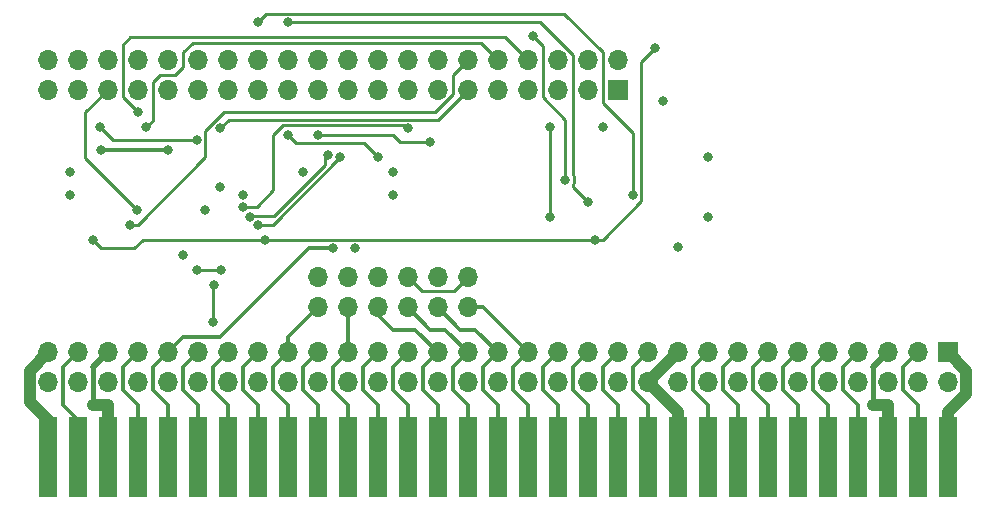
<source format=gbr>
G04 #@! TF.GenerationSoftware,KiCad,Pcbnew,(6.0.5-0)*
G04 #@! TF.CreationDate,2022-06-11T14:47:18-06:00*
G04 #@! TF.ProjectId,PiGUS,50694755-532e-46b6-9963-61645f706362,rev?*
G04 #@! TF.SameCoordinates,Original*
G04 #@! TF.FileFunction,Copper,L4,Bot*
G04 #@! TF.FilePolarity,Positive*
%FSLAX46Y46*%
G04 Gerber Fmt 4.6, Leading zero omitted, Abs format (unit mm)*
G04 Created by KiCad (PCBNEW (6.0.5-0)) date 2022-06-11 14:47:18*
%MOMM*%
%LPD*%
G01*
G04 APERTURE LIST*
G04 #@! TA.AperFunction,ConnectorPad*
%ADD10R,1.524000X6.858000*%
G04 #@! TD*
G04 #@! TA.AperFunction,ComponentPad*
%ADD11R,1.700000X1.700000*%
G04 #@! TD*
G04 #@! TA.AperFunction,ComponentPad*
%ADD12O,1.700000X1.700000*%
G04 #@! TD*
G04 #@! TA.AperFunction,ViaPad*
%ADD13C,0.800000*%
G04 #@! TD*
G04 #@! TA.AperFunction,Conductor*
%ADD14C,0.250000*%
G04 #@! TD*
G04 #@! TA.AperFunction,Conductor*
%ADD15C,1.000000*%
G04 #@! TD*
G04 #@! TA.AperFunction,Conductor*
%ADD16C,0.500000*%
G04 #@! TD*
G04 #@! TA.AperFunction,Conductor*
%ADD17C,0.440000*%
G04 #@! TD*
G04 #@! TA.AperFunction,Conductor*
%ADD18C,0.300000*%
G04 #@! TD*
G04 APERTURE END LIST*
D10*
X168275000Y-90170000D03*
X165735000Y-90170000D03*
X163195000Y-90170000D03*
X160655000Y-90170000D03*
X158115000Y-90170000D03*
X155575000Y-90170000D03*
X153035000Y-90170000D03*
X150495000Y-90170000D03*
X147955000Y-90170000D03*
X145415000Y-90170000D03*
X142875000Y-90170000D03*
X140335000Y-90170000D03*
X137795000Y-90170000D03*
X135255000Y-90170000D03*
X132715000Y-90170000D03*
X130175000Y-90170000D03*
X127635000Y-90170000D03*
X125095000Y-90170000D03*
X122555000Y-90170000D03*
X120015000Y-90170000D03*
X117475000Y-90170000D03*
X114935000Y-90170000D03*
X112395000Y-90170000D03*
X109855000Y-90170000D03*
X107315000Y-90170000D03*
X104775000Y-90170000D03*
X102235000Y-90170000D03*
X99695000Y-90170000D03*
X97155000Y-90170000D03*
X94615000Y-90170000D03*
X92075000Y-90170000D03*
D11*
X140330000Y-59050000D03*
D12*
X140330000Y-56510000D03*
X137790000Y-59050000D03*
X137790000Y-56510000D03*
X135250000Y-59050000D03*
X135250000Y-56510000D03*
X132710000Y-59050000D03*
X132710000Y-56510000D03*
X130170000Y-59050000D03*
X130170000Y-56510000D03*
X127630000Y-59050000D03*
X127630000Y-56510000D03*
X125090000Y-59050000D03*
X125090000Y-56510000D03*
X122550000Y-59050000D03*
X122550000Y-56510000D03*
X120010000Y-59050000D03*
X120010000Y-56510000D03*
X117470000Y-59050000D03*
X117470000Y-56510000D03*
X114930000Y-59050000D03*
X114930000Y-56510000D03*
X112390000Y-59050000D03*
X112390000Y-56510000D03*
X109850000Y-59050000D03*
X109850000Y-56510000D03*
X107310000Y-59050000D03*
X107310000Y-56510000D03*
X104770000Y-59050000D03*
X104770000Y-56510000D03*
X102230000Y-59050000D03*
X102230000Y-56510000D03*
X99690000Y-59050000D03*
X99690000Y-56510000D03*
X97150000Y-59050000D03*
X97150000Y-56510000D03*
X94610000Y-59050000D03*
X94610000Y-56510000D03*
X92070000Y-59050000D03*
X92070000Y-56510000D03*
X114935000Y-77475000D03*
X114935000Y-74935000D03*
X117475000Y-77475000D03*
X117475000Y-74935000D03*
X120015000Y-77475000D03*
X120015000Y-74935000D03*
X122555000Y-77475000D03*
X122555000Y-74935000D03*
X125095000Y-77475000D03*
X125095000Y-74935000D03*
X127635000Y-77475000D03*
X127635000Y-74935000D03*
D11*
X168275000Y-81275000D03*
D12*
X165735000Y-81275000D03*
X163195000Y-81275000D03*
X160655000Y-81275000D03*
X158115000Y-81275000D03*
X155575000Y-81275000D03*
X153035000Y-81275000D03*
X150495000Y-81275000D03*
X147955000Y-81275000D03*
X145415000Y-81275000D03*
X142875000Y-81275000D03*
X140335000Y-81275000D03*
X137795000Y-81275000D03*
X135255000Y-81275000D03*
X132715000Y-81275000D03*
X130175000Y-81275000D03*
X127635000Y-81275000D03*
X125095000Y-81275000D03*
X122555000Y-81275000D03*
X120015000Y-81275000D03*
X117475000Y-81275000D03*
X114935000Y-81275000D03*
X112395000Y-81275000D03*
X109855000Y-81275000D03*
X107315000Y-81275000D03*
X104775000Y-81275000D03*
X102235000Y-81275000D03*
X99695000Y-81275000D03*
X97155000Y-81275000D03*
X94615000Y-81275000D03*
X92075000Y-81275000D03*
X168275000Y-83815000D03*
X165735000Y-83815000D03*
X163195000Y-83815000D03*
X160655000Y-83815000D03*
X158115000Y-83815000D03*
X155575000Y-83815000D03*
X153035000Y-83815000D03*
X150495000Y-83815000D03*
X147955000Y-83815000D03*
X145415000Y-83815000D03*
X142875000Y-83815000D03*
X140335000Y-83815000D03*
X137795000Y-83815000D03*
X135255000Y-83815000D03*
X132715000Y-83815000D03*
X130175000Y-83815000D03*
X127635000Y-83815000D03*
X125095000Y-83815000D03*
X122555000Y-83815000D03*
X120015000Y-83815000D03*
X117475000Y-83815000D03*
X114935000Y-83815000D03*
X112395000Y-83815000D03*
X109855000Y-83815000D03*
X107315000Y-83815000D03*
X104775000Y-83815000D03*
X102235000Y-83815000D03*
X99695000Y-83815000D03*
X97155000Y-83815000D03*
X94615000Y-83815000D03*
X92075000Y-83815000D03*
D13*
X106045000Y-78740000D03*
X106134500Y-75565000D03*
X104685500Y-74295000D03*
X106769500Y-74295000D03*
X139065000Y-62230000D03*
X103505000Y-73025000D03*
X118110000Y-72479500D03*
X121285000Y-67945000D03*
X105410000Y-69215000D03*
X144145000Y-59967500D03*
X147955000Y-69850000D03*
X93980000Y-67945000D03*
X145415000Y-72390000D03*
X108585000Y-67945000D03*
X147955000Y-64770000D03*
X95885000Y-85725000D03*
X161925000Y-85730000D03*
X121285000Y-66040000D03*
X106680000Y-67310000D03*
X102235000Y-64135000D03*
X96609500Y-64135000D03*
X96520000Y-62230000D03*
X104685500Y-63270989D03*
X99605500Y-69215000D03*
X133138051Y-54520500D03*
X135890000Y-66675000D03*
X109855000Y-53340000D03*
X141605000Y-67945000D03*
X137795000Y-68580000D03*
X112395000Y-53340000D03*
X112395000Y-62865000D03*
X120015000Y-64770000D03*
X124460000Y-63500000D03*
X114935000Y-62865000D03*
X134620000Y-62230000D03*
X134620000Y-69850000D03*
X99060000Y-70485000D03*
X106680000Y-62319500D03*
X100419500Y-62230000D03*
X99695000Y-60960000D03*
X113665000Y-66040000D03*
X93980000Y-66040000D03*
X116205000Y-72479500D03*
X95885000Y-71755000D03*
X138430000Y-71755000D03*
X143510000Y-55522500D03*
X110490000Y-71755000D03*
X108568817Y-68944371D03*
X122555000Y-62319500D03*
X115765517Y-64574483D03*
X109148245Y-69778245D03*
X116840000Y-64770000D03*
X109855000Y-70485000D03*
D14*
X106045000Y-78740000D02*
X106045000Y-75654500D01*
X106045000Y-75654500D02*
X106134500Y-75565000D01*
X104685500Y-74295000D02*
X106769500Y-74295000D01*
D15*
X90525489Y-85445489D02*
X92075000Y-86995000D01*
X169824511Y-82824511D02*
X169824511Y-84810489D01*
X145415000Y-86360000D02*
X145415000Y-90170000D01*
X168275000Y-81275000D02*
X169824511Y-82824511D01*
X92075000Y-81275000D02*
X90525489Y-82824511D01*
X90525489Y-82824511D02*
X90525489Y-85445489D01*
X168275000Y-86360000D02*
X168275000Y-90170000D01*
X92075000Y-86995000D02*
X92075000Y-90170000D01*
X142875000Y-83815000D02*
X145415000Y-81275000D01*
X145415000Y-86360000D02*
X145415000Y-86355000D01*
X145415000Y-86355000D02*
X142875000Y-83815000D01*
X169824511Y-84810489D02*
X168275000Y-86360000D01*
D16*
X163195000Y-81280000D02*
X161925000Y-82550000D01*
D15*
X97155000Y-85725000D02*
X97155000Y-90170000D01*
D16*
X97155000Y-81275000D02*
X95885000Y-82545000D01*
D15*
X161925000Y-85730000D02*
X163195000Y-85730000D01*
D17*
X161925000Y-82550000D02*
X161925000Y-85730000D01*
D15*
X95885000Y-85725000D02*
X97155000Y-85725000D01*
X163195000Y-85730000D02*
X163195000Y-90175000D01*
D17*
X95885000Y-82545000D02*
X95885000Y-85725000D01*
D18*
X135255000Y-85725000D02*
X135255000Y-90170000D01*
X133985000Y-82545000D02*
X133985000Y-84455000D01*
X133985000Y-84455000D02*
X135255000Y-85725000D01*
X135255000Y-81275000D02*
X133985000Y-82545000D01*
X136525000Y-82545000D02*
X136525000Y-84455000D01*
X137795000Y-85725000D02*
X137795000Y-90170000D01*
X137795000Y-81275000D02*
X136525000Y-82545000D01*
X136525000Y-84455000D02*
X137795000Y-85725000D01*
X96609500Y-64135000D02*
X102235000Y-64135000D01*
D14*
X104685500Y-63270989D02*
X97560989Y-63270989D01*
X97560989Y-63270989D02*
X96520000Y-62230000D01*
X97150000Y-59050000D02*
X95245000Y-60955000D01*
X95250000Y-64859500D02*
X95250000Y-63500000D01*
X95250000Y-64859500D02*
X99605500Y-69215000D01*
X95245000Y-60955000D02*
X95245000Y-63495000D01*
X133985000Y-59690000D02*
X135890000Y-61595000D01*
X133138051Y-54520500D02*
X133985000Y-55367449D01*
X133985000Y-55367449D02*
X133985000Y-59690000D01*
X135890000Y-61595000D02*
X135890000Y-66675000D01*
X139065000Y-55880000D02*
X139065000Y-60134022D01*
X109855000Y-53340000D02*
X110579511Y-52615489D01*
X135800489Y-52615489D02*
X139065000Y-55880000D01*
X141605000Y-62674022D02*
X141605000Y-67945000D01*
X139065000Y-60134022D02*
X141605000Y-62674022D01*
X110579511Y-52615489D02*
X135800489Y-52615489D01*
X112395000Y-53340000D02*
X133741010Y-53340000D01*
X133741010Y-53340000D02*
X136525000Y-56123990D01*
X136525000Y-66285386D02*
X136614511Y-66374897D01*
X136525000Y-67310000D02*
X137795000Y-68580000D01*
X136614511Y-66374897D02*
X136614511Y-66975103D01*
X136525000Y-56123990D02*
X136525000Y-66285386D01*
X136525000Y-67064614D02*
X136525000Y-67310000D01*
X136614511Y-66975103D02*
X136525000Y-67064614D01*
X112395000Y-62865000D02*
X113119511Y-63589511D01*
X118834511Y-63589511D02*
X120015000Y-64770000D01*
X113119511Y-63589511D02*
X118834511Y-63589511D01*
X114935000Y-62865000D02*
X121285000Y-62865000D01*
X121285000Y-62865000D02*
X121920000Y-63500000D01*
X121920000Y-63500000D02*
X124460000Y-63500000D01*
X134620000Y-62230000D02*
X134620000Y-69850000D01*
X107014886Y-60960000D02*
X105410000Y-62564886D01*
X105410000Y-64770000D02*
X99695000Y-70485000D01*
X124841010Y-60960000D02*
X107014886Y-60960000D01*
X126365000Y-59436010D02*
X124841010Y-60960000D01*
X99695000Y-70485000D02*
X99060000Y-70485000D01*
X126365000Y-57775000D02*
X126365000Y-59436010D01*
X127630000Y-56510000D02*
X126365000Y-57775000D01*
X105410000Y-62564886D02*
X105410000Y-64770000D01*
X125085000Y-61595000D02*
X127630000Y-59050000D01*
X106680000Y-62319500D02*
X107404500Y-61595000D01*
X107404500Y-61595000D02*
X125085000Y-61595000D01*
X100419500Y-62230000D02*
X100965000Y-61684500D01*
X103505000Y-55880000D02*
X104325480Y-55059520D01*
X101600000Y-57785000D02*
X102870000Y-57785000D01*
X128719520Y-55059520D02*
X130170000Y-56510000D01*
X100965000Y-58420000D02*
X101600000Y-57785000D01*
X102870000Y-57785000D02*
X103505000Y-57150000D01*
X100965000Y-61684500D02*
X100965000Y-58420000D01*
X104325480Y-55059520D02*
X128719520Y-55059520D01*
X103505000Y-57150000D02*
X103505000Y-55880000D01*
X99060000Y-54610000D02*
X130810000Y-54610000D01*
X98425000Y-55245000D02*
X99060000Y-54610000D01*
X98425000Y-59690000D02*
X98425000Y-55245000D01*
X130810000Y-54610000D02*
X132710000Y-56510000D01*
X99695000Y-60960000D02*
X98425000Y-59690000D01*
D18*
X114210500Y-72479500D02*
X106680000Y-80010000D01*
X100965000Y-82545000D02*
X100965000Y-84455000D01*
X103500000Y-80010000D02*
X102235000Y-81275000D01*
X102235000Y-81275000D02*
X100965000Y-82545000D01*
X102235000Y-85725000D02*
X102235000Y-90170000D01*
X106680000Y-80010000D02*
X103500000Y-80010000D01*
X116205000Y-72479500D02*
X114210500Y-72479500D01*
X100965000Y-84455000D02*
X102235000Y-85725000D01*
X112395000Y-81275000D02*
X111125000Y-82545000D01*
X111125000Y-84455000D02*
X112395000Y-85725000D01*
X111125000Y-82545000D02*
X111125000Y-84455000D01*
X112395000Y-80015000D02*
X114935000Y-77475000D01*
X112395000Y-85725000D02*
X112395000Y-90170000D01*
X112395000Y-81275000D02*
X112395000Y-80015000D01*
X116205000Y-84455000D02*
X117475000Y-85725000D01*
X117475000Y-81275000D02*
X116205000Y-82545000D01*
X116205000Y-82545000D02*
X116205000Y-84455000D01*
X117475000Y-85725000D02*
X117475000Y-90170000D01*
X117475000Y-81275000D02*
X117475000Y-77475000D01*
X125095000Y-85725000D02*
X125095000Y-90170000D01*
X121285000Y-79375000D02*
X120015000Y-78105000D01*
X123825000Y-84455000D02*
X125095000Y-85725000D01*
X123195000Y-79375000D02*
X121285000Y-79375000D01*
X125095000Y-81275000D02*
X123825000Y-82545000D01*
X123825000Y-82545000D02*
X123825000Y-84455000D01*
X125095000Y-81275000D02*
X123195000Y-79375000D01*
X127635000Y-81275000D02*
X126365000Y-82545000D01*
X127635000Y-85725000D02*
X127635000Y-90170000D01*
X127635000Y-81275000D02*
X125735000Y-79375000D01*
X126365000Y-82545000D02*
X126365000Y-84455000D01*
X124455000Y-79375000D02*
X122555000Y-77475000D01*
X126365000Y-84455000D02*
X127635000Y-85725000D01*
X125735000Y-79375000D02*
X124455000Y-79375000D01*
X126995000Y-79375000D02*
X125095000Y-77475000D01*
X130175000Y-81275000D02*
X128275000Y-79375000D01*
X128275000Y-79375000D02*
X126995000Y-79375000D01*
X130175000Y-81275000D02*
X128905000Y-82545000D01*
X130175000Y-85725000D02*
X130175000Y-90170000D01*
X128905000Y-84455000D02*
X130175000Y-85725000D01*
X128905000Y-82545000D02*
X128905000Y-84455000D01*
X132715000Y-81275000D02*
X131445000Y-82545000D01*
X131445000Y-82545000D02*
X131445000Y-84455000D01*
X128915000Y-77475000D02*
X127635000Y-77475000D01*
X131445000Y-84455000D02*
X132715000Y-85725000D01*
X132715000Y-85725000D02*
X132715000Y-90170000D01*
X132715000Y-81275000D02*
X128915000Y-77475000D01*
X165735000Y-81275000D02*
X164465000Y-82545000D01*
X164465000Y-84455000D02*
X165735000Y-85725000D01*
X164465000Y-82545000D02*
X164465000Y-84455000D01*
X165735000Y-85725000D02*
X165735000Y-90170000D01*
X160655000Y-85725000D02*
X160655000Y-90170000D01*
X159385000Y-84455000D02*
X160655000Y-85725000D01*
X160655000Y-81275000D02*
X159385000Y-82545000D01*
X159385000Y-82545000D02*
X159385000Y-84455000D01*
D14*
X110490000Y-71755000D02*
X100084614Y-71755000D01*
X96609511Y-72479511D02*
X95885000Y-71755000D01*
X142329511Y-56702989D02*
X142329511Y-68490489D01*
X110490000Y-71755000D02*
X138430000Y-71755000D01*
X99360103Y-72479511D02*
X96609511Y-72479511D01*
X143510000Y-55522500D02*
X142329511Y-56702989D01*
X139065000Y-71755000D02*
X138430000Y-71755000D01*
X100084614Y-71755000D02*
X99360103Y-72479511D01*
X142329511Y-68490489D02*
X139065000Y-71755000D01*
X111945480Y-62044520D02*
X111125000Y-62865000D01*
X122280020Y-62044520D02*
X122555000Y-62319500D01*
X111125000Y-67555386D02*
X111125000Y-62865000D01*
X111945480Y-62044520D02*
X122280020Y-62044520D01*
X108568817Y-68944371D02*
X109736015Y-68944371D01*
X109736015Y-68944371D02*
X111125000Y-67555386D01*
X111213793Y-69760489D02*
X109166001Y-69760489D01*
X115765517Y-64574483D02*
X115570000Y-64770000D01*
X115570000Y-64770000D02*
X115570000Y-65404282D01*
X109166001Y-69760489D02*
X109148245Y-69778245D01*
X115570000Y-65404282D02*
X111213793Y-69760489D01*
X111125000Y-70485000D02*
X116840000Y-64770000D01*
X109855000Y-70485000D02*
X111125000Y-70485000D01*
D18*
X156845000Y-82545000D02*
X156845000Y-84455000D01*
X158115000Y-81275000D02*
X156845000Y-82545000D01*
X156845000Y-84455000D02*
X158115000Y-85725000D01*
X158115000Y-85725000D02*
X158115000Y-90170000D01*
D14*
X122555000Y-74935000D02*
X123729511Y-76109511D01*
X126460489Y-76109511D02*
X127635000Y-74935000D01*
X123729511Y-76109511D02*
X126460489Y-76109511D01*
D18*
X154305000Y-84455000D02*
X155575000Y-85725000D01*
X155575000Y-81275000D02*
X154305000Y-82545000D01*
X155575000Y-85725000D02*
X155575000Y-90170000D01*
X154305000Y-82545000D02*
X154305000Y-84455000D01*
X151765000Y-82545000D02*
X151765000Y-84455000D01*
X153035000Y-81275000D02*
X151765000Y-82545000D01*
X151765000Y-84455000D02*
X153035000Y-85725000D01*
X153035000Y-85725000D02*
X153035000Y-90170000D01*
X150495000Y-81275000D02*
X149225000Y-82545000D01*
X149225000Y-84455000D02*
X150495000Y-85725000D01*
X150495000Y-85725000D02*
X150495000Y-90170000D01*
X149225000Y-82545000D02*
X149225000Y-84455000D01*
X147955000Y-85725000D02*
X147955000Y-90170000D01*
X146685000Y-84455000D02*
X147955000Y-85725000D01*
X147955000Y-81275000D02*
X146685000Y-82545000D01*
X146685000Y-82545000D02*
X146685000Y-84455000D01*
X142875000Y-81275000D02*
X141605000Y-82545000D01*
X141605000Y-82545000D02*
X141605000Y-84455000D01*
X142875000Y-85725000D02*
X142875000Y-90170000D01*
X141605000Y-84455000D02*
X142875000Y-85725000D01*
X140335000Y-85725000D02*
X140335000Y-90170000D01*
X140335000Y-81275000D02*
X139065000Y-82545000D01*
X139065000Y-84455000D02*
X140335000Y-85725000D01*
X139065000Y-82545000D02*
X139065000Y-84455000D01*
X121285000Y-82545000D02*
X121285000Y-84455000D01*
X122555000Y-85725000D02*
X122555000Y-90170000D01*
X122555000Y-81275000D02*
X121285000Y-82545000D01*
X121285000Y-84455000D02*
X122555000Y-85725000D01*
X120015000Y-81275000D02*
X118745000Y-82545000D01*
X120015000Y-85725000D02*
X120015000Y-90170000D01*
X118745000Y-82545000D02*
X118745000Y-84455000D01*
X118745000Y-84455000D02*
X120015000Y-85725000D01*
X113665000Y-82545000D02*
X113665000Y-84455000D01*
X113665000Y-84455000D02*
X114935000Y-85725000D01*
X114935000Y-81275000D02*
X113665000Y-82545000D01*
X114935000Y-85725000D02*
X114935000Y-90170000D01*
X108585000Y-84455000D02*
X109855000Y-85725000D01*
X109855000Y-85725000D02*
X109855000Y-90170000D01*
X109855000Y-81275000D02*
X108585000Y-82545000D01*
X108585000Y-82545000D02*
X108585000Y-84455000D01*
X107315000Y-81275000D02*
X106045000Y-82545000D01*
X107315000Y-85725000D02*
X107315000Y-90170000D01*
X106045000Y-82545000D02*
X106045000Y-84455000D01*
X106045000Y-84455000D02*
X107315000Y-85725000D01*
X104775000Y-85725000D02*
X104775000Y-90170000D01*
X103505000Y-82545000D02*
X103505000Y-84455000D01*
X104775000Y-81275000D02*
X103505000Y-82545000D01*
X103505000Y-84455000D02*
X104775000Y-85725000D01*
X98425000Y-84455000D02*
X99695000Y-85725000D01*
X99695000Y-85725000D02*
X99695000Y-90170000D01*
X98425000Y-82545000D02*
X98425000Y-84455000D01*
X99695000Y-81275000D02*
X98425000Y-82545000D01*
X94615000Y-86995000D02*
X94615000Y-90170000D01*
X93345000Y-82545000D02*
X93345000Y-85725000D01*
X93345000Y-85725000D02*
X94615000Y-86995000D01*
X94615000Y-81275000D02*
X93345000Y-82545000D01*
M02*

</source>
